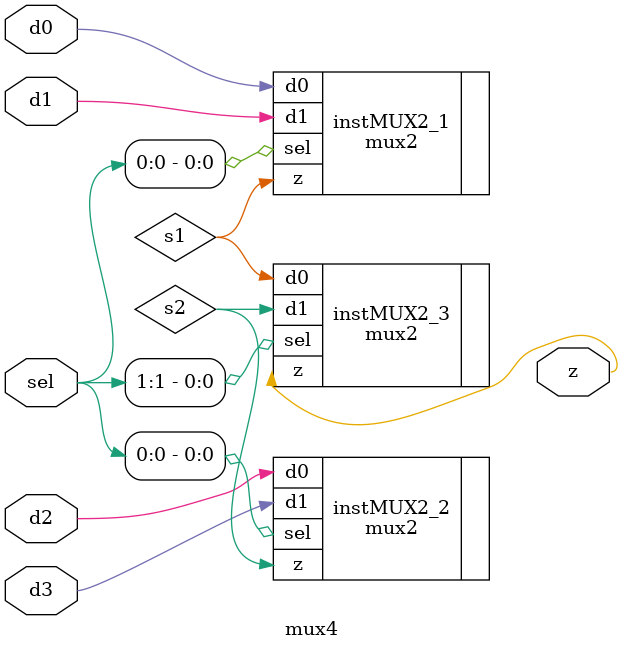
<source format=sv>
module mux4 (
    input logic d0,          // Data input 0
    input logic d1,          // Data input 1
    input logic d2,          // Data input 2
    input logic d3,          // Data input 3
    input logic [1:0] sel,   // Select input
    output logic z           // Output
);

logic s1;
logic s2;
mux2 instMUX2_1 (.z(s1), .d0(d0), .d1(d1), .sel(sel[0]));
mux2 instMUX2_2 (.z(s2), .d0(d2), .d1(d3), .sel(sel[0]));
mux2 instMUX2_3 (.z(z), .d0(s1), .d1(s2), .sel(sel[1]));

endmodule

</source>
